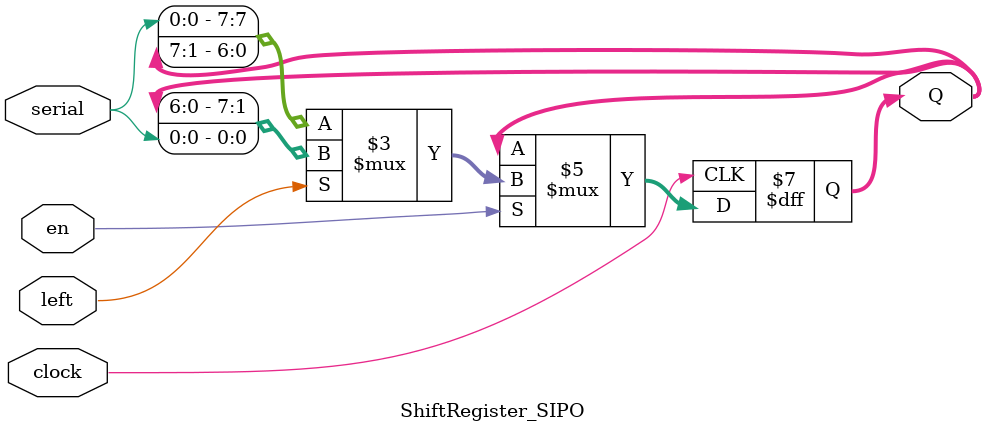
<source format=sv>
`default_nettype none

module mychip_wrapper(
  input logic [1:0] mode_sel,
  input logic [3:0] display_sel,
  input logic in_bit,
  input logic ready,
  input logic clock,
  input logic reset, 

  output logic [7:0] hex_out
);
  
  logic [15:0] key;
  logic [15:0] intxt;
  logic [15:0] outtxt_de, outtxt; 

  logic key_en, intxt_en;
  logic key_load, intxt_load; 

  logic FSMen; 
  //Key Register
  ShiftRegister_SIPO #(16) keyReg(.serial(in_bit), .en(key_en & FSMen), .left(1'b1), .clock(clock), .Q(key));

  //intxt Register
  ShiftRegister_SIPO #(16) intxtReg(.serial(in_bit), .en(intxt_en & FSMen), .left(1'b1), .clock(clock), .Q(intxt));

  decrypt de(.intxt(intxt), .KEY(key), .outputtxt(outtxt));
  encrypt en(.intxt(intxt), .KEY(key), .outputtxt(outtxt_de));

  //take bit FSM
  enum logic {IDLE = 1'b1, TAKE = 1'b0} currState, nextState; 
  //nextState assignment
  always_comb begin
    case(currState)
      IDLE: nextState = ready ? TAKE : IDLE;
      TAKE: nextState = ready ? TAKE : IDLE; 
      default: nextState = IDLE; 
    endcase
  end

  //control point assignment
  always_comb begin
    case(currState)
      IDLE: FSMen = ready;
      TAKE: FSMen = 1'b0; 
    endcase
  end

  always_ff @(posedge clock) begin
    if(reset)
      currState <= IDLE;
    else
      currState <= nextState;
  end

  //mode select
  always_comb begin
    case (mode_sel)
      2'b01: begin
        key_en = 1'b1;
        intxt_en = 1'b0;
      end
      2'b10: begin
        key_en = 1'b0;
        intxt_en = 1'b1;
      end
      default: begin
        key_en = 1'b0;
        intxt_en = 1'b0;
      end
    endcase
  end


  //FSM for inputting
  
  
  logic [7:0] intxt_hex1, intxt_hex2, intxt_hex3, intxt_hex4;
  logic [7:0] key_hex1, key_hex2, key_hex3, key_hex4;
  logic [7:0] outtxt_hex1, outtxt_hex2, outtxt_hex3, outtxt_hex4; 
  logic [7:0] outtxt_de_hex1, outtxt_de_hex2, outtxt_de_hex3, outtxt_de_hex4;

  //hex assignment 
  hex_to_sevenseg i1(intxt[3:0], intxt_hex1),
                    i2(intxt[7:4], intxt_hex2),
                    i3(intxt[11:8], intxt_hex3),
                    i4(intxt[15:12], intxt_hex4),
                    i5(key[3:0], key_hex1),
                    i6(key[7:4], key_hex2),
                    i7(key[11:8], key_hex3),
                    i8(key[15:12], key_hex4),
                    i9(outtxt[3:0], outtxt_hex1),
                    i10(outtxt[7:4], outtxt_hex2),
                    i11(outtxt[11:8], outtxt_hex3),
                    i12(outtxt[15:12], outtxt_hex4),
                    i13(outtxt_de[3:0], outtxt_de_hex1),
                    i14(outtxt_de[7:4], outtxt_de_hex2),
                    i15(outtxt_de[11:8], outtxt_de_hex3),
                    i16(outtxt_de[15:12], outtxt_de_hex4);
                    

  //assign hex output 
  always_comb begin
    case(display_sel)
      //intxt display
      4'b0000: hex_out = intxt_hex1;
      4'b0001: hex_out = intxt_hex2;
      4'b0010: hex_out = intxt_hex3;
      4'b0011: hex_out = intxt_hex4;
      //key display
      4'b0100: hex_out = key_hex1;
      4'b0101: hex_out = key_hex2; 
      4'b0110: hex_out = key_hex3;
      4'b0111: hex_out = key_hex4;
      //outxt display
      4'b1000: hex_out = outtxt_hex1;
      4'b1001: hex_out = outtxt_hex2;
      4'b1010: hex_out = outtxt_hex3;
      4'b1011: hex_out = outtxt_hex4;
      //decrypt out display
      4'b1100: hex_out = outtxt_de_hex1;
      4'b1101: hex_out = outtxt_de_hex2;
      4'b1110: hex_out = outtxt_de_hex3;
      4'b1111: hex_out = outtxt_de_hex4; 
    endcase
  end

endmodule : mychip_wrapper

module hex_to_sevenseg (
    input logic [3:0] hexdigit,
    output logic [7:0] seg
);

    always_comb begin
        seg = '1;
        if (hexdigit == 4'h0) seg = 8'b1100_0000;
        if (hexdigit == 4'h1) seg = 8'b1111_1001;
        if (hexdigit == 4'h2) seg = 8'b1010_0100;
        if (hexdigit == 4'h3) seg = 8'b1011_0000;
        if (hexdigit == 4'h4) seg = 8'b1001_1001;
        if (hexdigit == 4'h5) seg = 8'b1001_0010;
        if (hexdigit == 4'h6) seg = 8'b1000_0010;
        if (hexdigit == 4'h7) seg = 8'b1111_1000;
        if (hexdigit == 4'h8) seg = 8'b1000_0000;
        if (hexdigit == 4'h9) seg = 8'b1001_0000;
        if (hexdigit == 4'hA) seg = 8'b1000_1000;
        if (hexdigit == 4'hB) seg = 8'b1000_0011;
        if (hexdigit == 4'hC) seg = 8'b1100_0110;
        if (hexdigit == 4'hD) seg = 8'b1010_0001;
        if (hexdigit == 4'hE) seg = 8'b1000_0110;
        if (hexdigit == 4'hF) seg = 8'b1000_1110;
    end

endmodule


module encrypt(
  input logic [15:0] intxt,
  input logic [15:0] KEY,
  output logic[15:0] outputtxt
);

  logic [7:0] P1, P2, P3, P4, P5, P6, P7, P8;
  logic [7:0] p1start, p2start, p3start, p4start, p5start, p6start, p7start, p8start; 
 
  assign p1start = 8'b0010_0100;
  assign p2start = 8'b0011_1111;
  assign p3start = 8'b0110_1010;
  assign p4start = 8'b1000_1000;
  assign p5start = 8'b1000_0101;
  assign p6start = 8'b1010_0011; 
  assign p7start = 8'b0000_1000;
  assign p8start = 8'b1101_0011; 
  
  //Set P keys
  always_comb begin
    P1 = p1start ^ KEY [7:0];
    P2 = p2start ^ KEY [15:8] ^ P1;
    P3 = p3start ^ KEY [7:0] ^ P2;
    P4 = p4start ^ KEY [15:8] ^ P3;
    P5 = p5start ^ KEY [7:0] ^ P4;
    P6 = p6start ^ KEY [15:8] ^ P5;
    P7 = p7start ^ KEY [7:0] ^ P6;
    P8 = p8start ^ KEY [15:8] ^ P7;
  end

  logic [7:0] s11, s12, s13, s14, s21, s22, s23, s24, s31, s32, s33, s34, s41, s42, s43, s44;
  //Set S Boxes
  always_comb begin
    s11 = 8'b0001_0011 ^ KEY [7:0];
    s12 = 8'b0001_1001 ^ KEY [15:8] ^ s11;
    s13 = 8'b1000_1010 ^ KEY [7:0] ^ s12;
    s14 = 8'b1000_1010 ^ KEY [15:8] ^ s13; 
    
    s21 = 8'b0000_0011 ^ KEY [7:0] ^ s14; 
    s22 = 8'b0111_0000 ^ KEY [15:8] ^ s21;
    s23 = KEY [7:0] ^ s22 ^ 8'b0111_0011;
    s24 = KEY [15:8] ^ s23 ^ 8'b0100_0100;
    
    s31 = KEY [7:0] ^ s24 ^ 8'b1010_0100;
    s32 = KEY [15:8] ^ s31 ^ 8'b0000_1001;
    s33 = KEY [7:0] ^ s32 ^ 8'b0011_1000;
    s34 = KEY [15:8] ^ s33 ^ 8'b0010_0010;
    
    s41 = KEY [7:0] ^ s34 ^ 8'b0010_1001;
    s42 = KEY [15:8] ^ s41 ^ 8'b1001_1111;
    s43 = KEY [7:0] ^ s42 ^ 8'b0011_0001;
    s44 = KEY [15:8] ^ s43 ^ 8'b1101_0000; 
     
  end

   //Set output
   logic [15:0] temp1, temp2, temp3, temp4, temp5, temp6, temp7, temp8;
   

  
   //s box selection
  logic [7:0] sub11, sub12, sub13, sub14, sub21, sub22, sub23, sub24, sub31, sub32, sub33, sub34, sub41, sub42, sub43, sub44, sub51, sub52, sub53, sub54, sub61, sub62, sub63, sub64, sub71, sub72, sub73, sub74, sub81, sub82, sub83, sub84;

  Mux41      sub1(intxt[15:14], s11, s12, s13, s14, sub11),
             sub2(intxt[13:12], s21, s22, s23, s24, sub12),
             sub3(intxt[11:10], s31, s32, s33, s34, sub13),
             sub4(intxt[9:8], s41, s42, s43, s44, sub14),

             sub5(temp1[15:14], s11, s12, s13, s14, sub21),
             sub6(temp1[13:12], s21, s22, s23, s24, sub22),
             sub7(temp1[11:10], s31, s32, s33, s34, sub23),
             sub8(temp1[9:8], s41, s42, s43, s44, sub24),

             sub9(temp2[15:14], s11, s12, s13, s14, sub31),
             sub10(temp2[13:12], s21, s22, s23, s24, sub32),
             sub15(temp2[11:10], s31, s32, s33, s34, sub33),
             sub16(temp2[9:8], s41, s42, s43, s44, sub34),

             sub17(temp3[15:14], s11, s12, s13, s14, sub41),
             sub18(temp3[13:12], s21, s22, s23, s24, sub42),
             sub19(temp3[11:10], s31, s32, s33, s34, sub43),
             sub20(temp3[9:8], s41, s42, s43, s44, sub44),

             sub25(temp4[15:14], s11, s12, s13, s14, sub51),
             sub26(temp4[13:12], s21, s22, s23, s24, sub52),
             sub27(temp4[11:10], s31, s32, s33, s34, sub53),
             sub28(temp4[9:8], s41, s42, s43, s44, sub54),

             sub29(temp5[15:14], s11, s12, s13, s14, sub61),
             sub30(temp5[13:12], s21, s22, s23, s24, sub62),
             sub35(temp5[11:10], s31, s32, s33, s34, sub63),
             sub36(temp5[9:8], s41, s42, s43, s44, sub64),

             sub37(temp6[15:14], s11, s12, s13, s14, sub71),
             sub38(temp6[13:12], s21, s22, s23, s24, sub72),
             sub39(temp6[11:10], s31, s32, s33, s34, sub73),
             sub40(temp6[9:8], s41, s42, s43, s44, sub74),

             sub45(temp7[15:14], s11, s12, s13, s14, sub81),
             sub46(temp7[13:12], s21, s22, s23, s24, sub82),
             sub47(temp7[11:10], s31, s32, s33, s34, sub83),
             sub48(temp7[9:8], s41, s42, s43, s44, sub84);

   always_comb begin
     temp1 = {(sub11^sub12^sub13^sub14)^intxt[7:0], intxt[15:8]} ^ {P1, P2};
     temp2 = {(sub21^sub22^sub23^sub24)^temp1[7:0], temp1[15:8]} ^ {P3, P4};
     temp3 = {(sub31^sub32^sub33^sub34)^temp2[7:0], temp2[15:8]} ^ {P5, P6};
     temp4 = {(sub41^sub42^sub43^sub44)^temp3[7:0], temp3[15:8]} ^ {P7, P8};
     temp5 = {(sub51^sub52^sub53^sub54)^temp4[7:0], temp4[15:8]} ^ {P1, P2};
     temp6 = {(sub61^sub62^sub63^sub64)^temp5[7:0], temp5[15:8]} ^ {P3, P4};
     temp7 = {(sub71^sub72^sub73^sub74)^temp6[7:0], temp6[15:8]} ^ {P5, P6};
     temp8 = {(sub81^sub82^sub83^sub84)^temp7[7:0], temp7[15:8]} ^ {P7, P8};
     outputtxt = temp8;
   end

endmodule : encrypt












module decrypt(
  input logic [15:0] intxt,
  input logic [15:0] KEY,
  output logic[15:0] outputtxt
);

  logic [7:0] P1, P2, P3, P4, P5, P6, P7, P8;
  logic [7:0] p1start, p2start, p3start, p4start, p5start, p6start, p7start, p8start; 
 
  assign p1start = 8'b0010_0100;
  assign p2start = 8'b0011_1111;
  assign p3start = 8'b0110_1010;
  assign p4start = 8'b1000_1000;
  assign p5start = 8'b1000_0101;
  assign p6start = 8'b1010_0011; 
  assign p7start = 8'b0000_1000;
  assign p8start = 8'b1101_0011; 
  
  //Set P keys
  always_comb begin
    P1 = p1start ^ KEY [7:0];
    P2 = p2start ^ KEY [15:8] ^ P1;
    P3 = p3start ^ KEY [7:0] ^ P2;
    P4 = p4start ^ KEY [15:8] ^ P3;
    P5 = p5start ^ KEY [7:0] ^ P4;
    P6 = p6start ^ KEY [15:8] ^ P5;
    P7 = p7start ^ KEY [7:0] ^ P6;
    P8 = p8start ^ KEY [15:8] ^ P7;
  end

  logic [7:0] s11, s12, s13, s14, s21, s22, s23, s24, s31, s32, s33, s34, s41, s42, s43, s44;
  //Set S Boxes
  always_comb begin
    s11 = 8'b0001_0011 ^ KEY [7:0];
    s12 = 8'b0001_1001 ^ KEY [15:8] ^ s11;
    s13 = 8'b1000_1010 ^ KEY [7:0] ^ s12;
    s14 = 8'b1000_1010 ^ KEY [15:8] ^ s13; 
    
    s21 = 8'b0000_0011 ^ KEY [7:0] ^ s14; 
    s22 = 8'b0111_0000 ^ KEY [15:8] ^ s21;
    s23 = KEY [7:0] ^ s22 ^ 8'b0111_0011;
    s24 = KEY [15:8] ^ s23 ^ 8'b0100_0100;
    
    s31 = KEY [7:0] ^ s24 ^ 8'b1010_0100;
    s32 = KEY [15:8] ^ s31 ^ 8'b0000_1001;
    s33 = KEY [7:0] ^ s32 ^ 8'b0011_1000;
    s34 = KEY [15:8] ^ s33 ^ 8'b0010_0010;
    
    s41 = KEY [7:0] ^ s34 ^ 8'b0010_1001;
    s42 = KEY [15:8] ^ s41 ^ 8'b1001_1111;
    s43 = KEY [7:0] ^ s42 ^ 8'b0011_0001;
    s44 = KEY [15:8] ^ s43 ^ 8'b1101_0000; 
     
  end

   //Set output
   logic [15:0] temp1, temp2, temp3, temp4, temp5, temp6, temp7, temp8, temp11, temp12, temp;
   logic [15:0] temp1int, temp2int, temp3int, temp4int, temp5int, temp6int, temp7int, temp8int;
   logic [15:0] temp1int2, temp2int2, temp3int2, temp4int2, temp5int2, temp6int2, temp7int2, temp8int2;
     
  
   //s box selection
  logic [7:0] sub11, sub12, sub13, sub14, sub21, sub22, sub23, sub24, sub31, sub32, sub33, sub34, sub41, sub42, sub43, sub44, sub51, sub52, sub53, sub54, sub61, sub62, sub63, sub64, sub71, sub72, sub73, sub74, sub81, sub82, sub83, sub84;

  Mux41      sub1(temp1int[7:6], s11, s12, s13, s14, sub11),
             sub2(temp1int[5:4], s21, s22, s23, s24, sub12),
             sub3(temp1int[3:2], s31, s32, s33, s34, sub13),
             sub4(temp1int[1:0], s41, s42, s43, s44, sub14),

             sub5(temp2int[7:6], s11, s12, s13, s14, sub21),
             sub6(temp2int[5:4], s21, s22, s23, s24, sub22),
             sub7(temp2int[3:2], s31, s32, s33, s34, sub23),
             sub8(temp2int[1:0], s41, s42, s43, s44, sub24),

             sub9(temp3int[7:6], s11, s12, s13, s14, sub31),
             sub10(temp3int[5:4], s21, s22, s23, s24, sub32),
             sub15(temp3int[3:2], s31, s32, s33, s34, sub33),
             sub16(temp3int[1:0], s41, s42, s43, s44, sub34),

             sub17(temp4int[7:6], s11, s12, s13, s14, sub41),
             sub18(temp4int[5:4], s21, s22, s23, s24, sub42),
             sub19(temp4int[3:2], s31, s32, s33, s34, sub43),
             sub20(temp4int[1:0], s41, s42, s43, s44, sub44),

             sub25(temp5int[7:6], s11, s12, s13, s14, sub51),
             sub26(temp5int[5:4], s21, s22, s23, s24, sub52),
             sub27(temp5int[3:2], s31, s32, s33, s34, sub53),
             sub28(temp5int[1:0], s41, s42, s43, s44, sub54),

             sub29(temp6int[7:6], s11, s12, s13, s14, sub61),
             sub30(temp6int[5:4], s21, s22, s23, s24, sub62),
             sub35(temp6int[3:2], s31, s32, s33, s34, sub63),
             sub36(temp6int[1:0], s41, s42, s43, s44, sub64),

             sub37(temp7int[7:6], s11, s12, s13, s14, sub71),
             sub38(temp7int[5:4], s21, s22, s23, s24, sub72),
             sub39(temp7int[3:2], s31, s32, s33, s34, sub73),
             sub40(temp7int[1:0], s41, s42, s43, s44, sub74),

             sub45(temp8int[7:6], s11, s12, s13, s14, sub81),
             sub46(temp8int[5:4], s21, s22, s23, s24, sub82),
             sub47(temp8int[3:2], s31, s32, s33, s34, sub83),
             sub48(temp8int[1:0], s41, s42, s43, s44, sub84);

   always_comb begin
     temp8 = intxt;
     temp8int = temp8 ^ {P7,P8};
     temp8int2 = {temp8int[15:8]^sub84^sub83^sub82^sub81, temp8int[7:0]};
     
     temp7 = {temp8int2[7:0], temp8int2[15:8]};
     temp7int = temp7 ^ {P5,P6};
     temp7int2 = {temp7int[15:8]^sub74^sub73^sub72^sub71, temp7int[7:0]};
     
     temp6 = {temp7int2[7:0], temp7int2[15:8]};
     temp6int = temp6 ^ {P3, P4};
     temp6int2 = {temp6int[15:8]^sub64^sub63^sub62^sub61, temp6int[7:0]};

     temp5 = {temp6int2[7:0], temp6int2[15:8]};
     temp5int = temp5 ^ {P1, P2};
     temp5int2 = {temp5int[15:8]^sub54^sub53^sub52^sub51, temp5int[7:0]};


     temp4 = {temp5int2[7:0], temp5int2[15:8]};
     temp4int = temp4 ^ {P7, P8};
     temp4int2 = {temp4int[15:8]^sub44^sub43^sub42^sub41, temp4int[7:0]};


     temp3 = {temp4int2[7:0], temp4int2[15:8]};
     temp3int = temp3 ^ {P5, P6};
     temp3int2 = {temp3int[15:8]^sub34^sub33^sub32^sub31, temp3int[7:0]};


     temp2 = {temp3int2[7:0], temp3int2[15:8]};
     temp2int = temp2 ^ {P3, P4};
     temp2int2 = {temp2int[15:8]^sub24^sub23^sub22^sub21, temp2int[7:0]};


     temp1 = {temp2int2[7:0], temp2int2[15:8]};
     temp1int = temp1 ^ {P1, P2};
     temp1int2 = {temp1int[15:8]^sub14^sub13^sub12^sub11, temp1int[7:0]};

     outputtxt = {temp1int2[7:0], temp1int2[15:8]};

   end

endmodule : decrypt


module Mux41
  (input logic [1:0] sel,
   input logic [7:0] s1,
   input logic [7:0] s2,
   input logic [7:0] s3,
   input logic [7:0] s4,

   output logic [7:0] out);

  always_comb begin
    case(sel)
      2'b00: out = s1;
      2'b01: out = s2;
      2'b10: out = s3;
      2'b11: out = s4;
    endcase
  end
endmodule : Mux41
  
  // A SIPO Shift Register, with controllable shift direction
// Load has priority over shifting.
module ShiftRegister_SIPO
  #(parameter WIDTH=8)
  (input  logic             serial,
   input  logic             en, left, clock,
   output logic [WIDTH-1:0] Q);
   
  always_ff @(posedge clock)
    if (en)
      if (left)
        Q <= {Q[WIDTH-2:0], serial};
      else
        Q <= {serial, Q[WIDTH-1:1]};
        
endmodule : ShiftRegister_SIPO

</source>
